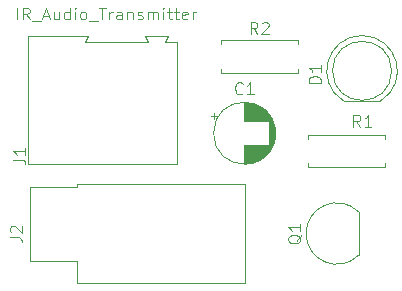
<source format=gbr>
%TF.GenerationSoftware,KiCad,Pcbnew,9.0.2*%
%TF.CreationDate,2025-07-25T11:16:10+05:30*%
%TF.ProjectId,IR,49522e6b-6963-4616-945f-706362585858,rev?*%
%TF.SameCoordinates,Original*%
%TF.FileFunction,Legend,Top*%
%TF.FilePolarity,Positive*%
%FSLAX46Y46*%
G04 Gerber Fmt 4.6, Leading zero omitted, Abs format (unit mm)*
G04 Created by KiCad (PCBNEW 9.0.2) date 2025-07-25 11:16:10*
%MOMM*%
%LPD*%
G01*
G04 APERTURE LIST*
%ADD10C,0.100000*%
%ADD11C,0.120000*%
G04 APERTURE END LIST*
D10*
X86303884Y-78872419D02*
X86303884Y-77872419D01*
X87351502Y-78872419D02*
X87018169Y-78396228D01*
X86780074Y-78872419D02*
X86780074Y-77872419D01*
X86780074Y-77872419D02*
X87161026Y-77872419D01*
X87161026Y-77872419D02*
X87256264Y-77920038D01*
X87256264Y-77920038D02*
X87303883Y-77967657D01*
X87303883Y-77967657D02*
X87351502Y-78062895D01*
X87351502Y-78062895D02*
X87351502Y-78205752D01*
X87351502Y-78205752D02*
X87303883Y-78300990D01*
X87303883Y-78300990D02*
X87256264Y-78348609D01*
X87256264Y-78348609D02*
X87161026Y-78396228D01*
X87161026Y-78396228D02*
X86780074Y-78396228D01*
X87541979Y-78967657D02*
X88303883Y-78967657D01*
X88494360Y-78586704D02*
X88970550Y-78586704D01*
X88399122Y-78872419D02*
X88732455Y-77872419D01*
X88732455Y-77872419D02*
X89065788Y-78872419D01*
X89827693Y-78205752D02*
X89827693Y-78872419D01*
X89399122Y-78205752D02*
X89399122Y-78729561D01*
X89399122Y-78729561D02*
X89446741Y-78824800D01*
X89446741Y-78824800D02*
X89541979Y-78872419D01*
X89541979Y-78872419D02*
X89684836Y-78872419D01*
X89684836Y-78872419D02*
X89780074Y-78824800D01*
X89780074Y-78824800D02*
X89827693Y-78777180D01*
X90732455Y-78872419D02*
X90732455Y-77872419D01*
X90732455Y-78824800D02*
X90637217Y-78872419D01*
X90637217Y-78872419D02*
X90446741Y-78872419D01*
X90446741Y-78872419D02*
X90351503Y-78824800D01*
X90351503Y-78824800D02*
X90303884Y-78777180D01*
X90303884Y-78777180D02*
X90256265Y-78681942D01*
X90256265Y-78681942D02*
X90256265Y-78396228D01*
X90256265Y-78396228D02*
X90303884Y-78300990D01*
X90303884Y-78300990D02*
X90351503Y-78253371D01*
X90351503Y-78253371D02*
X90446741Y-78205752D01*
X90446741Y-78205752D02*
X90637217Y-78205752D01*
X90637217Y-78205752D02*
X90732455Y-78253371D01*
X91208646Y-78872419D02*
X91208646Y-78205752D01*
X91208646Y-77872419D02*
X91161027Y-77920038D01*
X91161027Y-77920038D02*
X91208646Y-77967657D01*
X91208646Y-77967657D02*
X91256265Y-77920038D01*
X91256265Y-77920038D02*
X91208646Y-77872419D01*
X91208646Y-77872419D02*
X91208646Y-77967657D01*
X91827693Y-78872419D02*
X91732455Y-78824800D01*
X91732455Y-78824800D02*
X91684836Y-78777180D01*
X91684836Y-78777180D02*
X91637217Y-78681942D01*
X91637217Y-78681942D02*
X91637217Y-78396228D01*
X91637217Y-78396228D02*
X91684836Y-78300990D01*
X91684836Y-78300990D02*
X91732455Y-78253371D01*
X91732455Y-78253371D02*
X91827693Y-78205752D01*
X91827693Y-78205752D02*
X91970550Y-78205752D01*
X91970550Y-78205752D02*
X92065788Y-78253371D01*
X92065788Y-78253371D02*
X92113407Y-78300990D01*
X92113407Y-78300990D02*
X92161026Y-78396228D01*
X92161026Y-78396228D02*
X92161026Y-78681942D01*
X92161026Y-78681942D02*
X92113407Y-78777180D01*
X92113407Y-78777180D02*
X92065788Y-78824800D01*
X92065788Y-78824800D02*
X91970550Y-78872419D01*
X91970550Y-78872419D02*
X91827693Y-78872419D01*
X92351503Y-78967657D02*
X93113407Y-78967657D01*
X93208646Y-77872419D02*
X93780074Y-77872419D01*
X93494360Y-78872419D02*
X93494360Y-77872419D01*
X94113408Y-78872419D02*
X94113408Y-78205752D01*
X94113408Y-78396228D02*
X94161027Y-78300990D01*
X94161027Y-78300990D02*
X94208646Y-78253371D01*
X94208646Y-78253371D02*
X94303884Y-78205752D01*
X94303884Y-78205752D02*
X94399122Y-78205752D01*
X95161027Y-78872419D02*
X95161027Y-78348609D01*
X95161027Y-78348609D02*
X95113408Y-78253371D01*
X95113408Y-78253371D02*
X95018170Y-78205752D01*
X95018170Y-78205752D02*
X94827694Y-78205752D01*
X94827694Y-78205752D02*
X94732456Y-78253371D01*
X95161027Y-78824800D02*
X95065789Y-78872419D01*
X95065789Y-78872419D02*
X94827694Y-78872419D01*
X94827694Y-78872419D02*
X94732456Y-78824800D01*
X94732456Y-78824800D02*
X94684837Y-78729561D01*
X94684837Y-78729561D02*
X94684837Y-78634323D01*
X94684837Y-78634323D02*
X94732456Y-78539085D01*
X94732456Y-78539085D02*
X94827694Y-78491466D01*
X94827694Y-78491466D02*
X95065789Y-78491466D01*
X95065789Y-78491466D02*
X95161027Y-78443847D01*
X95637218Y-78205752D02*
X95637218Y-78872419D01*
X95637218Y-78300990D02*
X95684837Y-78253371D01*
X95684837Y-78253371D02*
X95780075Y-78205752D01*
X95780075Y-78205752D02*
X95922932Y-78205752D01*
X95922932Y-78205752D02*
X96018170Y-78253371D01*
X96018170Y-78253371D02*
X96065789Y-78348609D01*
X96065789Y-78348609D02*
X96065789Y-78872419D01*
X96494361Y-78824800D02*
X96589599Y-78872419D01*
X96589599Y-78872419D02*
X96780075Y-78872419D01*
X96780075Y-78872419D02*
X96875313Y-78824800D01*
X96875313Y-78824800D02*
X96922932Y-78729561D01*
X96922932Y-78729561D02*
X96922932Y-78681942D01*
X96922932Y-78681942D02*
X96875313Y-78586704D01*
X96875313Y-78586704D02*
X96780075Y-78539085D01*
X96780075Y-78539085D02*
X96637218Y-78539085D01*
X96637218Y-78539085D02*
X96541980Y-78491466D01*
X96541980Y-78491466D02*
X96494361Y-78396228D01*
X96494361Y-78396228D02*
X96494361Y-78348609D01*
X96494361Y-78348609D02*
X96541980Y-78253371D01*
X96541980Y-78253371D02*
X96637218Y-78205752D01*
X96637218Y-78205752D02*
X96780075Y-78205752D01*
X96780075Y-78205752D02*
X96875313Y-78253371D01*
X97351504Y-78872419D02*
X97351504Y-78205752D01*
X97351504Y-78300990D02*
X97399123Y-78253371D01*
X97399123Y-78253371D02*
X97494361Y-78205752D01*
X97494361Y-78205752D02*
X97637218Y-78205752D01*
X97637218Y-78205752D02*
X97732456Y-78253371D01*
X97732456Y-78253371D02*
X97780075Y-78348609D01*
X97780075Y-78348609D02*
X97780075Y-78872419D01*
X97780075Y-78348609D02*
X97827694Y-78253371D01*
X97827694Y-78253371D02*
X97922932Y-78205752D01*
X97922932Y-78205752D02*
X98065789Y-78205752D01*
X98065789Y-78205752D02*
X98161028Y-78253371D01*
X98161028Y-78253371D02*
X98208647Y-78348609D01*
X98208647Y-78348609D02*
X98208647Y-78872419D01*
X98684837Y-78872419D02*
X98684837Y-78205752D01*
X98684837Y-77872419D02*
X98637218Y-77920038D01*
X98637218Y-77920038D02*
X98684837Y-77967657D01*
X98684837Y-77967657D02*
X98732456Y-77920038D01*
X98732456Y-77920038D02*
X98684837Y-77872419D01*
X98684837Y-77872419D02*
X98684837Y-77967657D01*
X99018170Y-78205752D02*
X99399122Y-78205752D01*
X99161027Y-77872419D02*
X99161027Y-78729561D01*
X99161027Y-78729561D02*
X99208646Y-78824800D01*
X99208646Y-78824800D02*
X99303884Y-78872419D01*
X99303884Y-78872419D02*
X99399122Y-78872419D01*
X99589599Y-78205752D02*
X99970551Y-78205752D01*
X99732456Y-77872419D02*
X99732456Y-78729561D01*
X99732456Y-78729561D02*
X99780075Y-78824800D01*
X99780075Y-78824800D02*
X99875313Y-78872419D01*
X99875313Y-78872419D02*
X99970551Y-78872419D01*
X100684837Y-78824800D02*
X100589599Y-78872419D01*
X100589599Y-78872419D02*
X100399123Y-78872419D01*
X100399123Y-78872419D02*
X100303885Y-78824800D01*
X100303885Y-78824800D02*
X100256266Y-78729561D01*
X100256266Y-78729561D02*
X100256266Y-78348609D01*
X100256266Y-78348609D02*
X100303885Y-78253371D01*
X100303885Y-78253371D02*
X100399123Y-78205752D01*
X100399123Y-78205752D02*
X100589599Y-78205752D01*
X100589599Y-78205752D02*
X100684837Y-78253371D01*
X100684837Y-78253371D02*
X100732456Y-78348609D01*
X100732456Y-78348609D02*
X100732456Y-78443847D01*
X100732456Y-78443847D02*
X100256266Y-78539085D01*
X101161028Y-78872419D02*
X101161028Y-78205752D01*
X101161028Y-78396228D02*
X101208647Y-78300990D01*
X101208647Y-78300990D02*
X101256266Y-78253371D01*
X101256266Y-78253371D02*
X101351504Y-78205752D01*
X101351504Y-78205752D02*
X101446742Y-78205752D01*
X106643333Y-80087419D02*
X106310000Y-79611228D01*
X106071905Y-80087419D02*
X106071905Y-79087419D01*
X106071905Y-79087419D02*
X106452857Y-79087419D01*
X106452857Y-79087419D02*
X106548095Y-79135038D01*
X106548095Y-79135038D02*
X106595714Y-79182657D01*
X106595714Y-79182657D02*
X106643333Y-79277895D01*
X106643333Y-79277895D02*
X106643333Y-79420752D01*
X106643333Y-79420752D02*
X106595714Y-79515990D01*
X106595714Y-79515990D02*
X106548095Y-79563609D01*
X106548095Y-79563609D02*
X106452857Y-79611228D01*
X106452857Y-79611228D02*
X106071905Y-79611228D01*
X107024286Y-79182657D02*
X107071905Y-79135038D01*
X107071905Y-79135038D02*
X107167143Y-79087419D01*
X107167143Y-79087419D02*
X107405238Y-79087419D01*
X107405238Y-79087419D02*
X107500476Y-79135038D01*
X107500476Y-79135038D02*
X107548095Y-79182657D01*
X107548095Y-79182657D02*
X107595714Y-79277895D01*
X107595714Y-79277895D02*
X107595714Y-79373133D01*
X107595714Y-79373133D02*
X107548095Y-79515990D01*
X107548095Y-79515990D02*
X106976667Y-80087419D01*
X106976667Y-80087419D02*
X107595714Y-80087419D01*
X105378221Y-85112180D02*
X105330602Y-85159800D01*
X105330602Y-85159800D02*
X105187745Y-85207419D01*
X105187745Y-85207419D02*
X105092507Y-85207419D01*
X105092507Y-85207419D02*
X104949650Y-85159800D01*
X104949650Y-85159800D02*
X104854412Y-85064561D01*
X104854412Y-85064561D02*
X104806793Y-84969323D01*
X104806793Y-84969323D02*
X104759174Y-84778847D01*
X104759174Y-84778847D02*
X104759174Y-84635990D01*
X104759174Y-84635990D02*
X104806793Y-84445514D01*
X104806793Y-84445514D02*
X104854412Y-84350276D01*
X104854412Y-84350276D02*
X104949650Y-84255038D01*
X104949650Y-84255038D02*
X105092507Y-84207419D01*
X105092507Y-84207419D02*
X105187745Y-84207419D01*
X105187745Y-84207419D02*
X105330602Y-84255038D01*
X105330602Y-84255038D02*
X105378221Y-84302657D01*
X106330602Y-85207419D02*
X105759174Y-85207419D01*
X106044888Y-85207419D02*
X106044888Y-84207419D01*
X106044888Y-84207419D02*
X105949650Y-84350276D01*
X105949650Y-84350276D02*
X105854412Y-84445514D01*
X105854412Y-84445514D02*
X105759174Y-84493133D01*
X85967419Y-90753333D02*
X86681704Y-90753333D01*
X86681704Y-90753333D02*
X86824561Y-90800952D01*
X86824561Y-90800952D02*
X86919800Y-90896190D01*
X86919800Y-90896190D02*
X86967419Y-91039047D01*
X86967419Y-91039047D02*
X86967419Y-91134285D01*
X86967419Y-89753333D02*
X86967419Y-90324761D01*
X86967419Y-90039047D02*
X85967419Y-90039047D01*
X85967419Y-90039047D02*
X86110276Y-90134285D01*
X86110276Y-90134285D02*
X86205514Y-90229523D01*
X86205514Y-90229523D02*
X86253133Y-90324761D01*
X110352657Y-97095238D02*
X110305038Y-97190476D01*
X110305038Y-97190476D02*
X110209800Y-97285714D01*
X110209800Y-97285714D02*
X110066942Y-97428571D01*
X110066942Y-97428571D02*
X110019323Y-97523809D01*
X110019323Y-97523809D02*
X110019323Y-97619047D01*
X110257419Y-97571428D02*
X110209800Y-97666666D01*
X110209800Y-97666666D02*
X110114561Y-97761904D01*
X110114561Y-97761904D02*
X109924085Y-97809523D01*
X109924085Y-97809523D02*
X109590752Y-97809523D01*
X109590752Y-97809523D02*
X109400276Y-97761904D01*
X109400276Y-97761904D02*
X109305038Y-97666666D01*
X109305038Y-97666666D02*
X109257419Y-97571428D01*
X109257419Y-97571428D02*
X109257419Y-97380952D01*
X109257419Y-97380952D02*
X109305038Y-97285714D01*
X109305038Y-97285714D02*
X109400276Y-97190476D01*
X109400276Y-97190476D02*
X109590752Y-97142857D01*
X109590752Y-97142857D02*
X109924085Y-97142857D01*
X109924085Y-97142857D02*
X110114561Y-97190476D01*
X110114561Y-97190476D02*
X110209800Y-97285714D01*
X110209800Y-97285714D02*
X110257419Y-97380952D01*
X110257419Y-97380952D02*
X110257419Y-97571428D01*
X110257419Y-96190476D02*
X110257419Y-96761904D01*
X110257419Y-96476190D02*
X109257419Y-96476190D01*
X109257419Y-96476190D02*
X109400276Y-96571428D01*
X109400276Y-96571428D02*
X109495514Y-96666666D01*
X109495514Y-96666666D02*
X109543133Y-96761904D01*
X115333333Y-87957419D02*
X115000000Y-87481228D01*
X114761905Y-87957419D02*
X114761905Y-86957419D01*
X114761905Y-86957419D02*
X115142857Y-86957419D01*
X115142857Y-86957419D02*
X115238095Y-87005038D01*
X115238095Y-87005038D02*
X115285714Y-87052657D01*
X115285714Y-87052657D02*
X115333333Y-87147895D01*
X115333333Y-87147895D02*
X115333333Y-87290752D01*
X115333333Y-87290752D02*
X115285714Y-87385990D01*
X115285714Y-87385990D02*
X115238095Y-87433609D01*
X115238095Y-87433609D02*
X115142857Y-87481228D01*
X115142857Y-87481228D02*
X114761905Y-87481228D01*
X116285714Y-87957419D02*
X115714286Y-87957419D01*
X116000000Y-87957419D02*
X116000000Y-86957419D01*
X116000000Y-86957419D02*
X115904762Y-87100276D01*
X115904762Y-87100276D02*
X115809524Y-87195514D01*
X115809524Y-87195514D02*
X115714286Y-87243133D01*
X111997419Y-84238094D02*
X110997419Y-84238094D01*
X110997419Y-84238094D02*
X110997419Y-83999999D01*
X110997419Y-83999999D02*
X111045038Y-83857142D01*
X111045038Y-83857142D02*
X111140276Y-83761904D01*
X111140276Y-83761904D02*
X111235514Y-83714285D01*
X111235514Y-83714285D02*
X111425990Y-83666666D01*
X111425990Y-83666666D02*
X111568847Y-83666666D01*
X111568847Y-83666666D02*
X111759323Y-83714285D01*
X111759323Y-83714285D02*
X111854561Y-83761904D01*
X111854561Y-83761904D02*
X111949800Y-83857142D01*
X111949800Y-83857142D02*
X111997419Y-83999999D01*
X111997419Y-83999999D02*
X111997419Y-84238094D01*
X111997419Y-82714285D02*
X111997419Y-83285713D01*
X111997419Y-82999999D02*
X110997419Y-82999999D01*
X110997419Y-82999999D02*
X111140276Y-83095237D01*
X111140276Y-83095237D02*
X111235514Y-83190475D01*
X111235514Y-83190475D02*
X111283133Y-83285713D01*
X85707419Y-97333333D02*
X86421704Y-97333333D01*
X86421704Y-97333333D02*
X86564561Y-97380952D01*
X86564561Y-97380952D02*
X86659800Y-97476190D01*
X86659800Y-97476190D02*
X86707419Y-97619047D01*
X86707419Y-97619047D02*
X86707419Y-97714285D01*
X85802657Y-96904761D02*
X85755038Y-96857142D01*
X85755038Y-96857142D02*
X85707419Y-96761904D01*
X85707419Y-96761904D02*
X85707419Y-96523809D01*
X85707419Y-96523809D02*
X85755038Y-96428571D01*
X85755038Y-96428571D02*
X85802657Y-96380952D01*
X85802657Y-96380952D02*
X85897895Y-96333333D01*
X85897895Y-96333333D02*
X85993133Y-96333333D01*
X85993133Y-96333333D02*
X86135990Y-96380952D01*
X86135990Y-96380952D02*
X86707419Y-96952380D01*
X86707419Y-96952380D02*
X86707419Y-96333333D01*
D11*
%TO.C,R2*%
X103540000Y-80630000D02*
X110080000Y-80630000D01*
X103540000Y-80960000D02*
X103540000Y-80630000D01*
X103540000Y-83040000D02*
X103540000Y-83370000D01*
X103540000Y-83370000D02*
X110080000Y-83370000D01*
X110080000Y-80630000D02*
X110080000Y-80960000D01*
X110080000Y-83370000D02*
X110080000Y-83040000D01*
%TO.C,C1*%
X102740113Y-87025000D02*
X103240113Y-87025000D01*
X102990113Y-86775000D02*
X102990113Y-87275000D01*
X105544888Y-85920000D02*
X105544888Y-87460000D01*
X105544888Y-89540000D02*
X105544888Y-91080000D01*
X105584888Y-85920000D02*
X105584888Y-87460000D01*
X105584888Y-89540000D02*
X105584888Y-91080000D01*
X105624888Y-85921000D02*
X105624888Y-87460000D01*
X105624888Y-89540000D02*
X105624888Y-91079000D01*
X105664888Y-85923000D02*
X105664888Y-87460000D01*
X105664888Y-89540000D02*
X105664888Y-91077000D01*
X105704888Y-85925000D02*
X105704888Y-87460000D01*
X105704888Y-89540000D02*
X105704888Y-91075000D01*
X105744888Y-85928000D02*
X105744888Y-87460000D01*
X105744888Y-89540000D02*
X105744888Y-91072000D01*
X105784888Y-85931000D02*
X105784888Y-87460000D01*
X105784888Y-89540000D02*
X105784888Y-91069000D01*
X105824888Y-85935000D02*
X105824888Y-87460000D01*
X105824888Y-89540000D02*
X105824888Y-91065000D01*
X105864888Y-85940000D02*
X105864888Y-87460000D01*
X105864888Y-89540000D02*
X105864888Y-91060000D01*
X105904888Y-85945000D02*
X105904888Y-87460000D01*
X105904888Y-89540000D02*
X105904888Y-91055000D01*
X105944888Y-85951000D02*
X105944888Y-87460000D01*
X105944888Y-89540000D02*
X105944888Y-91049000D01*
X105984888Y-85957000D02*
X105984888Y-87460000D01*
X105984888Y-89540000D02*
X105984888Y-91043000D01*
X106024888Y-85964000D02*
X106024888Y-87460000D01*
X106024888Y-89540000D02*
X106024888Y-91036000D01*
X106064888Y-85972000D02*
X106064888Y-87460000D01*
X106064888Y-89540000D02*
X106064888Y-91028000D01*
X106104888Y-85981000D02*
X106104888Y-87460000D01*
X106104888Y-89540000D02*
X106104888Y-91019000D01*
X106144888Y-85990000D02*
X106144888Y-87460000D01*
X106144888Y-89540000D02*
X106144888Y-91010000D01*
X106184888Y-85999000D02*
X106184888Y-87460000D01*
X106184888Y-89540000D02*
X106184888Y-91001000D01*
X106224888Y-86010000D02*
X106224888Y-87460000D01*
X106224888Y-89540000D02*
X106224888Y-90990000D01*
X106264888Y-86021000D02*
X106264888Y-87460000D01*
X106264888Y-89540000D02*
X106264888Y-90979000D01*
X106304888Y-86033000D02*
X106304888Y-87460000D01*
X106304888Y-89540000D02*
X106304888Y-90967000D01*
X106344888Y-86045000D02*
X106344888Y-87460000D01*
X106344888Y-89540000D02*
X106344888Y-90955000D01*
X106384888Y-86058000D02*
X106384888Y-87460000D01*
X106384888Y-89540000D02*
X106384888Y-90942000D01*
X106424888Y-86072000D02*
X106424888Y-87460000D01*
X106424888Y-89540000D02*
X106424888Y-90928000D01*
X106464888Y-86087000D02*
X106464888Y-87460000D01*
X106464888Y-89540000D02*
X106464888Y-90913000D01*
X106504888Y-86102000D02*
X106504888Y-87460000D01*
X106504888Y-89540000D02*
X106504888Y-90898000D01*
X106544888Y-86118000D02*
X106544888Y-87460000D01*
X106544888Y-89540000D02*
X106544888Y-90882000D01*
X106584888Y-86135000D02*
X106584888Y-87460000D01*
X106584888Y-89540000D02*
X106584888Y-90865000D01*
X106624888Y-86153000D02*
X106624888Y-87460000D01*
X106624888Y-89540000D02*
X106624888Y-90847000D01*
X106664888Y-86171000D02*
X106664888Y-87460000D01*
X106664888Y-89540000D02*
X106664888Y-90829000D01*
X106704888Y-86191000D02*
X106704888Y-87460000D01*
X106704888Y-89540000D02*
X106704888Y-90809000D01*
X106744888Y-86211000D02*
X106744888Y-87460000D01*
X106744888Y-89540000D02*
X106744888Y-90789000D01*
X106784888Y-86232000D02*
X106784888Y-87460000D01*
X106784888Y-89540000D02*
X106784888Y-90768000D01*
X106824888Y-86254000D02*
X106824888Y-87460000D01*
X106824888Y-89540000D02*
X106824888Y-90746000D01*
X106864888Y-86277000D02*
X106864888Y-87460000D01*
X106864888Y-89540000D02*
X106864888Y-90723000D01*
X106904888Y-86301000D02*
X106904888Y-87460000D01*
X106904888Y-89540000D02*
X106904888Y-90699000D01*
X106944888Y-86325000D02*
X106944888Y-87460000D01*
X106944888Y-89540000D02*
X106944888Y-90675000D01*
X106984888Y-86351000D02*
X106984888Y-87460000D01*
X106984888Y-89540000D02*
X106984888Y-90649000D01*
X107024888Y-86378000D02*
X107024888Y-87460000D01*
X107024888Y-89540000D02*
X107024888Y-90622000D01*
X107064888Y-86406000D02*
X107064888Y-87460000D01*
X107064888Y-89540000D02*
X107064888Y-90594000D01*
X107104888Y-86435000D02*
X107104888Y-87460000D01*
X107104888Y-89540000D02*
X107104888Y-90565000D01*
X107144888Y-86465000D02*
X107144888Y-87460000D01*
X107144888Y-89540000D02*
X107144888Y-90535000D01*
X107184888Y-86497000D02*
X107184888Y-87460000D01*
X107184888Y-89540000D02*
X107184888Y-90503000D01*
X107224888Y-86530000D02*
X107224888Y-87460000D01*
X107224888Y-89540000D02*
X107224888Y-90470000D01*
X107264888Y-86564000D02*
X107264888Y-87460000D01*
X107264888Y-89540000D02*
X107264888Y-90436000D01*
X107304888Y-86599000D02*
X107304888Y-87460000D01*
X107304888Y-89540000D02*
X107304888Y-90401000D01*
X107344888Y-86636000D02*
X107344888Y-87460000D01*
X107344888Y-89540000D02*
X107344888Y-90364000D01*
X107384888Y-86675000D02*
X107384888Y-87460000D01*
X107384888Y-89540000D02*
X107384888Y-90325000D01*
X107424888Y-86715000D02*
X107424888Y-87460000D01*
X107424888Y-89540000D02*
X107424888Y-90285000D01*
X107464888Y-86757000D02*
X107464888Y-87460000D01*
X107464888Y-89540000D02*
X107464888Y-90243000D01*
X107504888Y-86801000D02*
X107504888Y-87460000D01*
X107504888Y-89540000D02*
X107504888Y-90199000D01*
X107544888Y-86848000D02*
X107544888Y-87460000D01*
X107544888Y-89540000D02*
X107544888Y-90152000D01*
X107584888Y-86896000D02*
X107584888Y-90104000D01*
X107624888Y-86947000D02*
X107624888Y-90053000D01*
X107664888Y-87001000D02*
X107664888Y-89999000D01*
X107704888Y-87057000D02*
X107704888Y-89943000D01*
X107744888Y-87117000D02*
X107744888Y-89883000D01*
X107784888Y-87181000D02*
X107784888Y-89819000D01*
X107824888Y-87249000D02*
X107824888Y-89751000D01*
X107864888Y-87323000D02*
X107864888Y-89677000D01*
X107904888Y-87402000D02*
X107904888Y-89598000D01*
X107944888Y-87489000D02*
X107944888Y-89511000D01*
X107984888Y-87586000D02*
X107984888Y-89414000D01*
X108024888Y-87695000D02*
X108024888Y-89305000D01*
X108064888Y-87823000D02*
X108064888Y-89177000D01*
X108104888Y-87983000D02*
X108104888Y-89017000D01*
X108144888Y-88217000D02*
X108144888Y-88783000D01*
X108164888Y-88500000D02*
G75*
G02*
X102924888Y-88500000I-2620000J0D01*
G01*
X102924888Y-88500000D02*
G75*
G02*
X108164888Y-88500000I2620000J0D01*
G01*
%TO.C,J1*%
X87200000Y-80300000D02*
X87200000Y-91150000D01*
X87200000Y-91150000D02*
X99800000Y-91150000D01*
X92000000Y-80800000D02*
X92300000Y-80300000D01*
X92300000Y-80300000D02*
X87200000Y-80300000D01*
X97150000Y-80300000D02*
X97400000Y-80800000D01*
X97200000Y-80300000D02*
X97150000Y-80300000D01*
X97400000Y-80800000D02*
X92000000Y-80800000D01*
X98850000Y-80800000D02*
X99100000Y-80300000D01*
X99100000Y-80300000D02*
X97200000Y-80300000D01*
X99800000Y-80800000D02*
X98850000Y-80800000D01*
X99800000Y-91150000D02*
X99800000Y-80800000D01*
%TO.C,Q1*%
X115210000Y-98800000D02*
X115210000Y-95200000D01*
X110760000Y-97000000D02*
G75*
G02*
X115198478Y-95161522I2600000J0D01*
G01*
X115198478Y-98838478D02*
G75*
G02*
X110759999Y-97000000I-1838478J1838478D01*
G01*
%TO.C,R1*%
X110920000Y-88630000D02*
X117460000Y-88630000D01*
X110920000Y-88960000D02*
X110920000Y-88630000D01*
X110920000Y-91040000D02*
X110920000Y-91370000D01*
X110920000Y-91370000D02*
X117460000Y-91370000D01*
X117460000Y-88630000D02*
X117460000Y-88960000D01*
X117460000Y-91370000D02*
X117460000Y-91040000D01*
%TO.C,D1*%
X113955000Y-85790000D02*
X117045000Y-85790000D01*
X113955170Y-85790000D02*
G75*
G02*
X115500000Y-80240000I1544830J2560000D01*
G01*
X115500000Y-80240000D02*
G75*
G02*
X117044830Y-85790000I0J-2990000D01*
G01*
X118000000Y-83230000D02*
G75*
G02*
X113000000Y-83230000I-2500000J0D01*
G01*
X113000000Y-83230000D02*
G75*
G02*
X118000000Y-83230000I2500000J0D01*
G01*
%TO.C,J2*%
X87380000Y-93080000D02*
X91380000Y-93080000D01*
X87380000Y-99320000D02*
X87380000Y-93080000D01*
X91380000Y-92780000D02*
X105620000Y-92780000D01*
X91380000Y-93080000D02*
X91380000Y-92780000D01*
X91380000Y-99320000D02*
X87380000Y-99320000D01*
X91380000Y-101220000D02*
X91380000Y-99320000D01*
X105620000Y-92780000D02*
X105620000Y-101220000D01*
X105620000Y-101220000D02*
X91380000Y-101220000D01*
%TD*%
M02*

</source>
